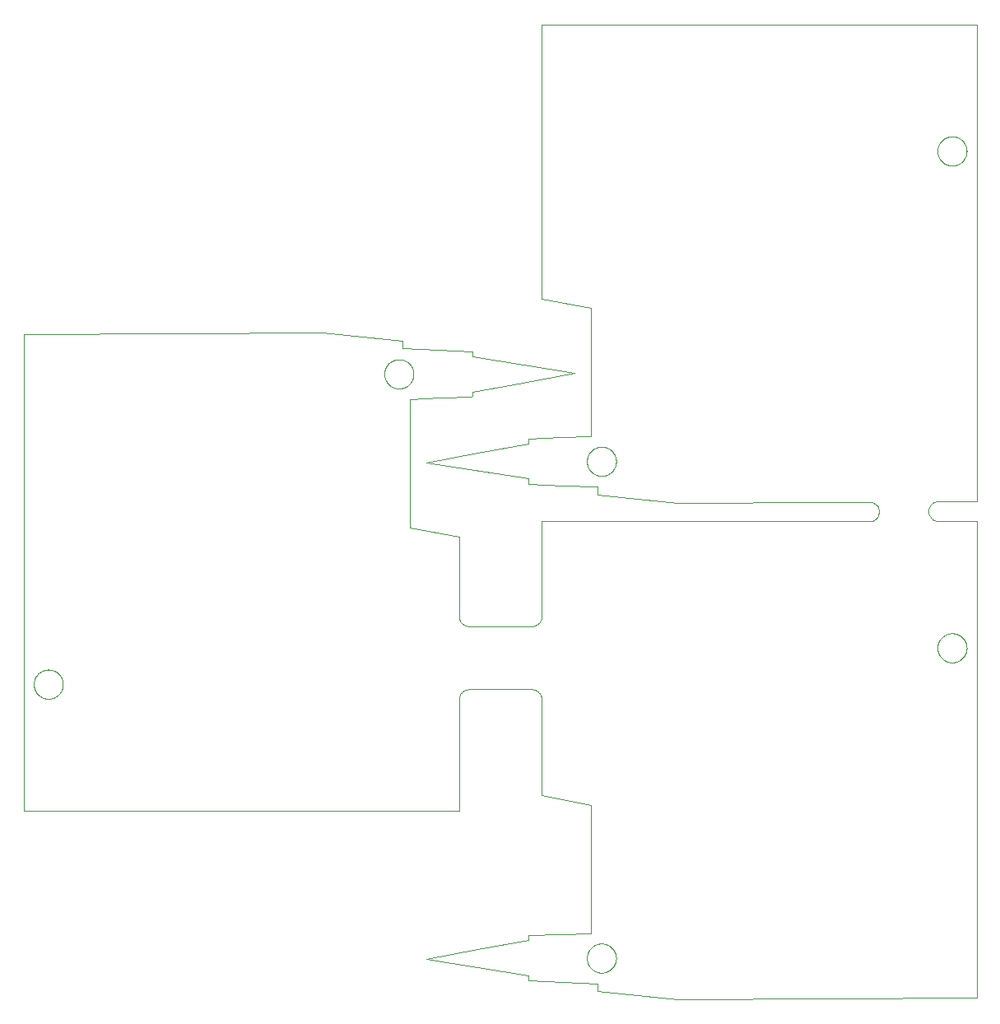
<source format=gko>
%MOIN*%
%OFA0B0*%
%FSLAX44Y44*%
%IPPOS*%
%LPD*%
%ADD10C,0*%
D10*
X00015983Y00025864D02*
X00015983Y00025864D01*
X00015999Y00025864D01*
X00016014Y00025863D01*
X00016029Y00025862D01*
X00016044Y00025860D01*
X00016060Y00025858D01*
X00016075Y00025856D01*
X00016090Y00025853D01*
X00016105Y00025850D01*
X00016120Y00025846D01*
X00016135Y00025842D01*
X00016149Y00025838D01*
X00016164Y00025833D01*
X00016178Y00025828D01*
X00016193Y00025823D01*
X00016207Y00025817D01*
X00016221Y00025811D01*
X00016235Y00025804D01*
X00016249Y00025797D01*
X00016262Y00025790D01*
X00016275Y00025782D01*
X00016288Y00025774D01*
X00016301Y00025766D01*
X00016314Y00025758D01*
X00016327Y00025749D01*
X00016339Y00025739D01*
X00016351Y00025730D01*
X00016362Y00025720D01*
X00016374Y00025710D01*
X00016385Y00025699D01*
X00016396Y00025688D01*
X00016407Y00025677D01*
X00016417Y00025666D01*
X00016427Y00025654D01*
X00016437Y00025643D01*
X00016446Y00025631D01*
X00016455Y00025618D01*
X00016464Y00025606D01*
X00016472Y00025593D01*
X00016481Y00025580D01*
X00016488Y00025567D01*
X00016496Y00025553D01*
X00016503Y00025540D01*
X00016510Y00025526D01*
X00016516Y00025512D01*
X00016522Y00025498D01*
X00016528Y00025484D01*
X00016533Y00025469D01*
X00016538Y00025455D01*
X00016542Y00025440D01*
X00016546Y00025425D01*
X00016550Y00025410D01*
X00016554Y00025395D01*
X00016557Y00025380D01*
X00016559Y00025365D01*
X00016561Y00025350D01*
X00016563Y00025335D01*
X00016564Y00025320D01*
X00016565Y00025304D01*
X00016566Y00025289D01*
X00016566Y00025274D01*
X00016566Y00025258D01*
X00016565Y00025243D01*
X00016564Y00025228D01*
X00016563Y00025212D01*
X00016561Y00025197D01*
X00016559Y00025182D01*
X00016557Y00025167D01*
X00016554Y00025152D01*
X00016550Y00025137D01*
X00016546Y00025122D01*
X00016542Y00025107D01*
X00016538Y00025093D01*
X00016533Y00025078D01*
X00016528Y00025064D01*
X00016522Y00025049D01*
X00016516Y00025035D01*
X00016510Y00025021D01*
X00016503Y00025007D01*
X00016496Y00024994D01*
X00016488Y00024980D01*
X00016481Y00024967D01*
X00016472Y00024954D01*
X00016464Y00024941D01*
X00016455Y00024929D01*
X00016446Y00024917D01*
X00016437Y00024904D01*
X00016427Y00024893D01*
X00016417Y00024881D01*
X00016407Y00024870D01*
X00016396Y00024859D01*
X00016385Y00024848D01*
X00016374Y00024837D01*
X00016362Y00024827D01*
X00016351Y00024817D01*
X00016339Y00024808D01*
X00016327Y00024798D01*
X00016314Y00024790D01*
X00016301Y00024781D01*
X00016288Y00024773D01*
X00016275Y00024765D01*
X00016262Y00024757D01*
X00016249Y00024750D01*
X00016235Y00024743D01*
X00016221Y00024736D01*
X00016207Y00024730D01*
X00016193Y00024724D01*
X00016178Y00024719D01*
X00016164Y00024714D01*
X00016149Y00024709D01*
X00016135Y00024705D01*
X00016120Y00024701D01*
X00016105Y00024697D01*
X00016090Y00024694D01*
X00016075Y00024691D01*
X00016060Y00024689D01*
X00016044Y00024687D01*
X00016029Y00024685D01*
X00016014Y00024684D01*
X00015999Y00024683D01*
X00015983Y00024683D01*
X00015968Y00024683D01*
X00015953Y00024683D01*
X00015937Y00024684D01*
X00015922Y00024685D01*
X00015907Y00024687D01*
X00015892Y00024689D01*
X00015876Y00024691D01*
X00015861Y00024694D01*
X00015846Y00024697D01*
X00015831Y00024701D01*
X00015817Y00024705D01*
X00015802Y00024709D01*
X00015787Y00024714D01*
X00015773Y00024719D01*
X00015759Y00024724D01*
X00015744Y00024730D01*
X00015730Y00024736D01*
X00015716Y00024743D01*
X00015703Y00024750D01*
X00015689Y00024757D01*
X00015676Y00024765D01*
X00015663Y00024773D01*
X00015650Y00024781D01*
X00015637Y00024790D01*
X00015625Y00024798D01*
X00015613Y00024808D01*
X00015601Y00024817D01*
X00015589Y00024827D01*
X00015577Y00024837D01*
X00015566Y00024848D01*
X00015555Y00024859D01*
X00015545Y00024870D01*
X00015534Y00024881D01*
X00015524Y00024893D01*
X00015515Y00024904D01*
X00015505Y00024917D01*
X00015496Y00024929D01*
X00015487Y00024941D01*
X00015479Y00024954D01*
X00015471Y00024967D01*
X00015463Y00024980D01*
X00015455Y00024994D01*
X00015448Y00025007D01*
X00015442Y00025021D01*
X00015435Y00025035D01*
X00015429Y00025049D01*
X00015424Y00025064D01*
X00015418Y00025078D01*
X00015413Y00025093D01*
X00015409Y00025107D01*
X00015405Y00025122D01*
X00015401Y00025137D01*
X00015398Y00025152D01*
X00015395Y00025167D01*
X00015392Y00025182D01*
X00015390Y00025197D01*
X00015388Y00025212D01*
X00015387Y00025228D01*
X00015386Y00025243D01*
X00015385Y00025258D01*
X00015385Y00025274D01*
X00015385Y00025289D01*
X00015386Y00025304D01*
X00015387Y00025320D01*
X00015388Y00025335D01*
X00015390Y00025350D01*
X00015392Y00025365D01*
X00015395Y00025380D01*
X00015398Y00025395D01*
X00015401Y00025410D01*
X00015405Y00025425D01*
X00015409Y00025440D01*
X00015413Y00025455D01*
X00015418Y00025469D01*
X00015424Y00025484D01*
X00015429Y00025498D01*
X00015435Y00025512D01*
X00015442Y00025526D01*
X00015448Y00025540D01*
X00015455Y00025553D01*
X00015463Y00025567D01*
X00015471Y00025580D01*
X00015479Y00025593D01*
X00015487Y00025606D01*
X00015496Y00025618D01*
X00015505Y00025631D01*
X00015515Y00025643D01*
X00015524Y00025654D01*
X00015534Y00025666D01*
X00015545Y00025677D01*
X00015555Y00025688D01*
X00015566Y00025699D01*
X00015577Y00025710D01*
X00015589Y00025720D01*
X00015601Y00025730D01*
X00015613Y00025739D01*
X00015625Y00025749D01*
X00015637Y00025758D01*
X00015650Y00025766D01*
X00015663Y00025774D01*
X00015676Y00025782D01*
X00015689Y00025790D01*
X00015703Y00025797D01*
X00015716Y00025804D01*
X00015730Y00025811D01*
X00015744Y00025817D01*
X00015759Y00025823D01*
X00015773Y00025828D01*
X00015787Y00025833D01*
X00015802Y00025838D01*
X00015817Y00025842D01*
X00015831Y00025846D01*
X00015846Y00025850D01*
X00015861Y00025853D01*
X00015876Y00025856D01*
X00015892Y00025858D01*
X00015907Y00025860D01*
X00015922Y00025862D01*
X00015937Y00025863D01*
X00015953Y00025864D01*
X00015968Y00025864D01*
X00015983Y00025864D01*
X00016412Y00024260D02*
X00016412Y00024260D01*
X00016412Y00024260D01*
X00016409Y00024259D01*
X00016412Y00024260D01*
X00001785Y00013299D02*
X00001785Y00013299D01*
X00001800Y00013298D01*
X00001815Y00013298D01*
X00001831Y00013296D01*
X00001846Y00013295D01*
X00001861Y00013293D01*
X00001876Y00013290D01*
X00001891Y00013288D01*
X00001906Y00013284D01*
X00001921Y00013281D01*
X00001936Y00013277D01*
X00001951Y00013273D01*
X00001965Y00013268D01*
X00001980Y00013263D01*
X00001994Y00013257D01*
X00002008Y00013252D01*
X00002022Y00013245D01*
X00002036Y00013239D01*
X00002050Y00013232D01*
X00002063Y00013225D01*
X00002077Y00013217D01*
X00002090Y00013209D01*
X00002103Y00013201D01*
X00002115Y00013192D01*
X00002128Y00013183D01*
X00002140Y00013174D01*
X00002152Y00013164D01*
X00002164Y00013154D01*
X00002175Y00013144D01*
X00002186Y00013134D01*
X00002197Y00013123D01*
X00002208Y00013112D01*
X00002218Y00013101D01*
X00002228Y00013089D01*
X00002238Y00013077D01*
X00002248Y00013065D01*
X00002257Y00013053D01*
X00002265Y00013040D01*
X00002274Y00013027D01*
X00002282Y00013014D01*
X00002290Y00013001D01*
X00002297Y00012988D01*
X00002304Y00012974D01*
X00002311Y00012960D01*
X00002317Y00012946D01*
X00002323Y00012932D01*
X00002329Y00012918D01*
X00002334Y00012904D01*
X00002339Y00012889D01*
X00002344Y00012875D01*
X00002348Y00012860D01*
X00002352Y00012845D01*
X00002355Y00012830D01*
X00002358Y00012815D01*
X00002360Y00012800D01*
X00002363Y00012785D01*
X00002364Y00012769D01*
X00002366Y00012754D01*
X00002367Y00012739D01*
X00002367Y00012723D01*
X00002368Y00012708D01*
X00002367Y00012693D01*
X00002367Y00012677D01*
X00002366Y00012662D01*
X00002364Y00012647D01*
X00002363Y00012632D01*
X00002360Y00012617D01*
X00002358Y00012601D01*
X00002355Y00012586D01*
X00002352Y00012571D01*
X00002348Y00012557D01*
X00002344Y00012542D01*
X00002339Y00012527D01*
X00002334Y00012513D01*
X00002329Y00012498D01*
X00002323Y00012484D01*
X00002317Y00012470D01*
X00002311Y00012456D01*
X00002304Y00012442D01*
X00002297Y00012428D01*
X00002290Y00012415D01*
X00002282Y00012402D01*
X00002274Y00012389D01*
X00002265Y00012376D01*
X00002257Y00012363D01*
X00002248Y00012351D01*
X00002238Y00012339D01*
X00002228Y00012327D01*
X00002218Y00012316D01*
X00002208Y00012304D01*
X00002197Y00012293D01*
X00002186Y00012282D01*
X00002175Y00012272D01*
X00002164Y00012262D01*
X00002152Y00012252D01*
X00002140Y00012242D01*
X00002128Y00012233D01*
X00002115Y00012224D01*
X00002103Y00012215D01*
X00002090Y00012207D01*
X00002077Y00012199D01*
X00002063Y00012192D01*
X00002050Y00012184D01*
X00002036Y00012177D01*
X00002022Y00012171D01*
X00002008Y00012165D01*
X00001994Y00012159D01*
X00001980Y00012153D01*
X00001965Y00012148D01*
X00001951Y00012144D01*
X00001936Y00012139D01*
X00001921Y00012135D01*
X00001906Y00012132D01*
X00001891Y00012129D01*
X00001876Y00012126D01*
X00001861Y00012124D01*
X00001846Y00012122D01*
X00001831Y00012120D01*
X00001815Y00012119D01*
X00001800Y00012118D01*
X00001785Y00012118D01*
X00001769Y00012118D01*
X00001754Y00012118D01*
X00001739Y00012119D01*
X00001723Y00012120D01*
X00001708Y00012122D01*
X00001693Y00012124D01*
X00001678Y00012126D01*
X00001663Y00012129D01*
X00001648Y00012132D01*
X00001633Y00012135D01*
X00001618Y00012139D01*
X00001603Y00012144D01*
X00001589Y00012148D01*
X00001574Y00012153D01*
X00001560Y00012159D01*
X00001546Y00012165D01*
X00001532Y00012171D01*
X00001518Y00012177D01*
X00001504Y00012184D01*
X00001491Y00012192D01*
X00001477Y00012199D01*
X00001464Y00012207D01*
X00001451Y00012215D01*
X00001439Y00012224D01*
X00001426Y00012233D01*
X00001414Y00012242D01*
X00001402Y00012252D01*
X00001390Y00012262D01*
X00001379Y00012272D01*
X00001368Y00012282D01*
X00001357Y00012293D01*
X00001346Y00012304D01*
X00001336Y00012316D01*
X00001326Y00012327D01*
X00001316Y00012339D01*
X00001307Y00012351D01*
X00001297Y00012363D01*
X00001289Y00012376D01*
X00001280Y00012389D01*
X00001272Y00012402D01*
X00001264Y00012415D01*
X00001257Y00012428D01*
X00001250Y00012442D01*
X00001243Y00012456D01*
X00001237Y00012470D01*
X00001231Y00012484D01*
X00001225Y00012498D01*
X00001220Y00012513D01*
X00001215Y00012527D01*
X00001210Y00012542D01*
X00001206Y00012557D01*
X00001203Y00012571D01*
X00001199Y00012586D01*
X00001196Y00012601D01*
X00001194Y00012617D01*
X00001191Y00012632D01*
X00001190Y00012647D01*
X00001188Y00012662D01*
X00001187Y00012677D01*
X00001187Y00012693D01*
X00001186Y00012708D01*
X00001187Y00012723D01*
X00001187Y00012739D01*
X00001188Y00012754D01*
X00001190Y00012769D01*
X00001191Y00012785D01*
X00001194Y00012800D01*
X00001196Y00012815D01*
X00001199Y00012830D01*
X00001203Y00012845D01*
X00001206Y00012860D01*
X00001210Y00012875D01*
X00001215Y00012889D01*
X00001220Y00012904D01*
X00001225Y00012918D01*
X00001231Y00012932D01*
X00001237Y00012946D01*
X00001243Y00012960D01*
X00001250Y00012974D01*
X00001257Y00012988D01*
X00001264Y00013001D01*
X00001272Y00013014D01*
X00001280Y00013027D01*
X00001289Y00013040D01*
X00001297Y00013053D01*
X00001307Y00013065D01*
X00001316Y00013077D01*
X00001326Y00013089D01*
X00001336Y00013101D01*
X00001346Y00013112D01*
X00001357Y00013123D01*
X00001368Y00013134D01*
X00001379Y00013144D01*
X00001390Y00013154D01*
X00001402Y00013164D01*
X00001414Y00013174D01*
X00001426Y00013183D01*
X00001439Y00013192D01*
X00001451Y00013201D01*
X00001464Y00013209D01*
X00001477Y00013217D01*
X00001491Y00013225D01*
X00001504Y00013232D01*
X00001518Y00013239D01*
X00001532Y00013245D01*
X00001546Y00013252D01*
X00001560Y00013257D01*
X00001574Y00013263D01*
X00001589Y00013268D01*
X00001603Y00013273D01*
X00001618Y00013277D01*
X00001633Y00013281D01*
X00001648Y00013284D01*
X00001663Y00013288D01*
X00001678Y00013290D01*
X00001693Y00013293D01*
X00001708Y00013295D01*
X00001723Y00013296D01*
X00001739Y00013298D01*
X00001754Y00013298D01*
X00001769Y00013299D01*
X00001785Y00013299D01*
X00024173Y00001025D02*
X00024173Y00001025D01*
X00024158Y00001025D01*
X00024143Y00001026D01*
X00024127Y00001027D01*
X00024112Y00001029D01*
X00024097Y00001031D01*
X00024082Y00001033D01*
X00024067Y00001036D01*
X00024052Y00001039D01*
X00024037Y00001043D01*
X00024022Y00001046D01*
X00024007Y00001051D01*
X00023993Y00001055D01*
X00023978Y00001061D01*
X00023964Y00001066D01*
X00023950Y00001072D01*
X00023936Y00001078D01*
X00023922Y00001085D01*
X00023908Y00001091D01*
X00023894Y00001099D01*
X00023881Y00001106D01*
X00023868Y00001114D01*
X00023855Y00001123D01*
X00023842Y00001131D01*
X00023830Y00001140D01*
X00023818Y00001149D01*
X00023806Y00001159D01*
X00023794Y00001169D01*
X00023783Y00001179D01*
X00023771Y00001190D01*
X00023761Y00001200D01*
X00023750Y00001211D01*
X00023740Y00001223D01*
X00023730Y00001234D01*
X00023720Y00001246D01*
X00023710Y00001258D01*
X00023701Y00001271D01*
X00023692Y00001283D01*
X00023684Y00001296D01*
X00023676Y00001309D01*
X00023668Y00001322D01*
X00023661Y00001336D01*
X00023654Y00001349D01*
X00023647Y00001363D01*
X00023640Y00001377D01*
X00023634Y00001391D01*
X00023629Y00001405D01*
X00023624Y00001420D01*
X00023619Y00001434D01*
X00023614Y00001449D01*
X00023610Y00001464D01*
X00023606Y00001478D01*
X00023603Y00001493D01*
X00023600Y00001509D01*
X00023597Y00001524D01*
X00023595Y00001539D01*
X00023593Y00001554D01*
X00023592Y00001569D01*
X00023591Y00001585D01*
X00023590Y00001600D01*
X00023590Y00001615D01*
X00023590Y00001631D01*
X00023591Y00001646D01*
X00023592Y00001661D01*
X00023593Y00001676D01*
X00023595Y00001692D01*
X00023597Y00001707D01*
X00023600Y00001722D01*
X00023603Y00001737D01*
X00023606Y00001752D01*
X00023610Y00001767D01*
X00023614Y00001782D01*
X00023619Y00001796D01*
X00023624Y00001811D01*
X00023629Y00001825D01*
X00023634Y00001839D01*
X00023640Y00001854D01*
X00023647Y00001868D01*
X00023654Y00001881D01*
X00023661Y00001895D01*
X00023668Y00001908D01*
X00023676Y00001922D01*
X00023684Y00001935D01*
X00023692Y00001947D01*
X00023701Y00001960D01*
X00023710Y00001972D01*
X00023720Y00001984D01*
X00023730Y00001996D01*
X00023740Y00002008D01*
X00023750Y00002019D01*
X00023761Y00002030D01*
X00023771Y00002041D01*
X00023783Y00002051D01*
X00023794Y00002062D01*
X00023806Y00002071D01*
X00023818Y00002081D01*
X00023830Y00002090D01*
X00023842Y00002099D01*
X00023855Y00002108D01*
X00023868Y00002116D01*
X00023881Y00002124D01*
X00023894Y00002132D01*
X00023908Y00002139D01*
X00023922Y00002146D01*
X00023936Y00002152D01*
X00023950Y00002159D01*
X00023964Y00002164D01*
X00023978Y00002170D01*
X00023993Y00002175D01*
X00024007Y00002180D01*
X00024022Y00002184D01*
X00024037Y00002188D01*
X00024052Y00002192D01*
X00024067Y00002195D01*
X00024082Y00002197D01*
X00024097Y00002200D01*
X00024112Y00002202D01*
X00024127Y00002203D01*
X00024143Y00002205D01*
X00024158Y00002205D01*
X00024173Y00002206D01*
X00024189Y00002206D01*
X00024204Y00002205D01*
X00024219Y00002205D01*
X00024234Y00002203D01*
X00024250Y00002202D01*
X00024265Y00002200D01*
X00024280Y00002197D01*
X00024295Y00002195D01*
X00024310Y00002192D01*
X00024325Y00002188D01*
X00024340Y00002184D01*
X00024355Y00002180D01*
X00024369Y00002175D01*
X00024384Y00002170D01*
X00024398Y00002164D01*
X00024412Y00002159D01*
X00024426Y00002152D01*
X00024440Y00002146D01*
X00024454Y00002139D01*
X00024467Y00002132D01*
X00024481Y00002124D01*
X00024494Y00002116D01*
X00024507Y00002108D01*
X00024519Y00002099D01*
X00024532Y00002090D01*
X00024544Y00002081D01*
X00024556Y00002071D01*
X00024568Y00002062D01*
X00024579Y00002051D01*
X00024590Y00002041D01*
X00024601Y00002030D01*
X00024612Y00002019D01*
X00024622Y00002008D01*
X00024632Y00001996D01*
X00024642Y00001984D01*
X00024651Y00001972D01*
X00024660Y00001960D01*
X00024669Y00001947D01*
X00024678Y00001935D01*
X00024686Y00001922D01*
X00024694Y00001908D01*
X00024701Y00001895D01*
X00024708Y00001881D01*
X00024715Y00001868D01*
X00024721Y00001854D01*
X00024727Y00001839D01*
X00024733Y00001825D01*
X00024738Y00001811D01*
X00024743Y00001796D01*
X00024748Y00001782D01*
X00024752Y00001767D01*
X00024755Y00001752D01*
X00024759Y00001737D01*
X00024762Y00001722D01*
X00024764Y00001707D01*
X00024766Y00001692D01*
X00024768Y00001676D01*
X00024770Y00001661D01*
X00024771Y00001646D01*
X00024771Y00001631D01*
X00024771Y00001615D01*
X00024771Y00001600D01*
X00024771Y00001585D01*
X00024770Y00001569D01*
X00024768Y00001554D01*
X00024766Y00001539D01*
X00024764Y00001524D01*
X00024762Y00001509D01*
X00024759Y00001493D01*
X00024755Y00001478D01*
X00024752Y00001464D01*
X00024748Y00001449D01*
X00024743Y00001434D01*
X00024738Y00001420D01*
X00024733Y00001405D01*
X00024727Y00001391D01*
X00024721Y00001377D01*
X00024715Y00001363D01*
X00024708Y00001349D01*
X00024701Y00001336D01*
X00024694Y00001322D01*
X00024686Y00001309D01*
X00024678Y00001296D01*
X00024669Y00001283D01*
X00024660Y00001271D01*
X00024651Y00001258D01*
X00024642Y00001246D01*
X00024632Y00001234D01*
X00024622Y00001223D01*
X00024612Y00001211D01*
X00024601Y00001200D01*
X00024590Y00001190D01*
X00024579Y00001179D01*
X00024568Y00001169D01*
X00024556Y00001159D01*
X00024544Y00001149D01*
X00024532Y00001140D01*
X00024519Y00001131D01*
X00024507Y00001123D01*
X00024494Y00001114D01*
X00024481Y00001106D01*
X00024467Y00001099D01*
X00024454Y00001091D01*
X00024440Y00001085D01*
X00024426Y00001078D01*
X00024412Y00001072D01*
X00024398Y00001066D01*
X00024384Y00001061D01*
X00024369Y00001055D01*
X00024355Y00001051D01*
X00024340Y00001046D01*
X00024325Y00001043D01*
X00024310Y00001039D01*
X00024295Y00001036D01*
X00024280Y00001033D01*
X00024265Y00001031D01*
X00024250Y00001029D01*
X00024234Y00001027D01*
X00024219Y00001026D01*
X00024204Y00001025D01*
X00024189Y00001025D01*
X00024173Y00001025D01*
X00023745Y00002629D02*
X00023745Y00002629D01*
X00023745Y00002629D01*
X00023747Y00002629D01*
X00023745Y00002629D01*
X00038372Y00013590D02*
X00038372Y00013590D01*
X00038356Y00013590D01*
X00038341Y00013591D01*
X00038326Y00013592D01*
X00038311Y00013594D01*
X00038295Y00013596D01*
X00038280Y00013598D01*
X00038265Y00013601D01*
X00038250Y00013604D01*
X00038235Y00013608D01*
X00038220Y00013612D01*
X00038206Y00013616D01*
X00038191Y00013621D01*
X00038177Y00013626D01*
X00038162Y00013631D01*
X00038148Y00013637D01*
X00038134Y00013643D01*
X00038120Y00013650D01*
X00038107Y00013657D01*
X00038093Y00013664D01*
X00038080Y00013672D01*
X00038067Y00013680D01*
X00038054Y00013688D01*
X00038041Y00013697D01*
X00038029Y00013706D01*
X00038016Y00013715D01*
X00038004Y00013724D01*
X00037993Y00013734D01*
X00037981Y00013744D01*
X00037970Y00013755D01*
X00037959Y00013766D01*
X00037949Y00013777D01*
X00037938Y00013788D01*
X00037928Y00013800D01*
X00037918Y00013812D01*
X00037909Y00013824D01*
X00037900Y00013836D01*
X00037891Y00013849D01*
X00037883Y00013861D01*
X00037874Y00013874D01*
X00037867Y00013888D01*
X00037859Y00013901D01*
X00037852Y00013915D01*
X00037845Y00013928D01*
X00037839Y00013942D01*
X00037833Y00013956D01*
X00037827Y00013971D01*
X00037822Y00013985D01*
X00037817Y00014000D01*
X00037813Y00014014D01*
X00037809Y00014029D01*
X00037805Y00014044D01*
X00037802Y00014059D01*
X00037799Y00014074D01*
X00037796Y00014089D01*
X00037794Y00014104D01*
X00037792Y00014119D01*
X00037791Y00014135D01*
X00037790Y00014150D01*
X00037789Y00014165D01*
X00037789Y00014181D01*
X00037789Y00014196D01*
X00037790Y00014211D01*
X00037791Y00014227D01*
X00037792Y00014242D01*
X00037794Y00014257D01*
X00037796Y00014272D01*
X00037799Y00014287D01*
X00037802Y00014302D01*
X00037805Y00014317D01*
X00037809Y00014332D01*
X00037813Y00014347D01*
X00037817Y00014362D01*
X00037822Y00014376D01*
X00037827Y00014391D01*
X00037833Y00014405D01*
X00037839Y00014419D01*
X00037845Y00014433D01*
X00037852Y00014447D01*
X00037859Y00014460D01*
X00037867Y00014474D01*
X00037874Y00014487D01*
X00037883Y00014500D01*
X00037891Y00014513D01*
X00037900Y00014525D01*
X00037909Y00014538D01*
X00037918Y00014550D01*
X00037928Y00014562D01*
X00037938Y00014573D01*
X00037949Y00014584D01*
X00037959Y00014596D01*
X00037970Y00014606D01*
X00037981Y00014617D01*
X00037993Y00014627D01*
X00038004Y00014637D01*
X00038016Y00014646D01*
X00038029Y00014656D01*
X00038041Y00014665D01*
X00038054Y00014673D01*
X00038067Y00014682D01*
X00038080Y00014690D01*
X00038093Y00014697D01*
X00038107Y00014704D01*
X00038120Y00014711D01*
X00038134Y00014718D01*
X00038148Y00014724D01*
X00038162Y00014730D01*
X00038177Y00014735D01*
X00038191Y00014740D01*
X00038206Y00014745D01*
X00038220Y00014749D01*
X00038235Y00014753D01*
X00038250Y00014757D01*
X00038265Y00014760D01*
X00038280Y00014763D01*
X00038295Y00014765D01*
X00038311Y00014767D01*
X00038326Y00014769D01*
X00038341Y00014770D01*
X00038356Y00014771D01*
X00038372Y00014771D01*
X00038387Y00014771D01*
X00038402Y00014771D01*
X00038418Y00014770D01*
X00038433Y00014769D01*
X00038448Y00014767D01*
X00038464Y00014765D01*
X00038479Y00014763D01*
X00038494Y00014760D01*
X00038509Y00014757D01*
X00038524Y00014753D01*
X00038538Y00014749D01*
X00038553Y00014745D01*
X00038568Y00014740D01*
X00038582Y00014735D01*
X00038597Y00014730D01*
X00038611Y00014724D01*
X00038625Y00014718D01*
X00038639Y00014711D01*
X00038652Y00014704D01*
X00038666Y00014697D01*
X00038679Y00014690D01*
X00038692Y00014682D01*
X00038705Y00014673D01*
X00038718Y00014665D01*
X00038730Y00014656D01*
X00038743Y00014646D01*
X00038754Y00014637D01*
X00038766Y00014627D01*
X00038778Y00014617D01*
X00038789Y00014606D01*
X00038800Y00014596D01*
X00038810Y00014584D01*
X00038821Y00014573D01*
X00038831Y00014562D01*
X00038841Y00014550D01*
X00038850Y00014538D01*
X00038859Y00014525D01*
X00038868Y00014513D01*
X00038876Y00014500D01*
X00038884Y00014487D01*
X00038892Y00014474D01*
X00038900Y00014460D01*
X00038907Y00014447D01*
X00038913Y00014433D01*
X00038920Y00014419D01*
X00038926Y00014405D01*
X00038931Y00014391D01*
X00038937Y00014376D01*
X00038942Y00014362D01*
X00038946Y00014347D01*
X00038950Y00014332D01*
X00038954Y00014317D01*
X00038957Y00014302D01*
X00038960Y00014287D01*
X00038963Y00014272D01*
X00038965Y00014257D01*
X00038967Y00014242D01*
X00038968Y00014227D01*
X00038969Y00014211D01*
X00038970Y00014196D01*
X00038970Y00014181D01*
X00038970Y00014165D01*
X00038969Y00014150D01*
X00038968Y00014135D01*
X00038967Y00014119D01*
X00038965Y00014104D01*
X00038963Y00014089D01*
X00038960Y00014074D01*
X00038957Y00014059D01*
X00038954Y00014044D01*
X00038950Y00014029D01*
X00038946Y00014014D01*
X00038942Y00014000D01*
X00038937Y00013985D01*
X00038931Y00013971D01*
X00038926Y00013956D01*
X00038920Y00013942D01*
X00038913Y00013928D01*
X00038907Y00013915D01*
X00038900Y00013901D01*
X00038892Y00013888D01*
X00038884Y00013874D01*
X00038876Y00013861D01*
X00038868Y00013849D01*
X00038859Y00013836D01*
X00038850Y00013824D01*
X00038841Y00013812D01*
X00038831Y00013800D01*
X00038821Y00013788D01*
X00038810Y00013777D01*
X00038800Y00013766D01*
X00038789Y00013755D01*
X00038778Y00013744D01*
X00038766Y00013734D01*
X00038754Y00013724D01*
X00038743Y00013715D01*
X00038730Y00013706D01*
X00038718Y00013697D01*
X00038705Y00013688D01*
X00038692Y00013680D01*
X00038679Y00013672D01*
X00038666Y00013664D01*
X00038652Y00013657D01*
X00038639Y00013650D01*
X00038625Y00013643D01*
X00038611Y00013637D01*
X00038597Y00013631D01*
X00038582Y00013626D01*
X00038568Y00013621D01*
X00038553Y00013616D01*
X00038538Y00013612D01*
X00038524Y00013608D01*
X00038509Y00013604D01*
X00038494Y00013601D01*
X00038479Y00013598D01*
X00038464Y00013596D01*
X00038448Y00013594D01*
X00038433Y00013592D01*
X00038418Y00013591D01*
X00038402Y00013590D01*
X00038387Y00013590D01*
X00038372Y00013590D01*
X00024173Y00021143D02*
X00024173Y00021143D01*
X00024158Y00021143D01*
X00024143Y00021144D01*
X00024127Y00021145D01*
X00024112Y00021147D01*
X00024097Y00021149D01*
X00024082Y00021151D01*
X00024067Y00021154D01*
X00024052Y00021157D01*
X00024037Y00021161D01*
X00024022Y00021165D01*
X00024007Y00021169D01*
X00023993Y00021174D01*
X00023978Y00021179D01*
X00023964Y00021184D01*
X00023950Y00021190D01*
X00023936Y00021196D01*
X00023922Y00021203D01*
X00023908Y00021210D01*
X00023894Y00021217D01*
X00023881Y00021224D01*
X00023868Y00021232D01*
X00023855Y00021241D01*
X00023842Y00021249D01*
X00023830Y00021258D01*
X00023818Y00021268D01*
X00023806Y00021277D01*
X00023794Y00021287D01*
X00023783Y00021297D01*
X00023771Y00021308D01*
X00023761Y00021318D01*
X00023750Y00021330D01*
X00023740Y00021341D01*
X00023730Y00021352D01*
X00023720Y00021364D01*
X00023710Y00021376D01*
X00023701Y00021389D01*
X00023692Y00021401D01*
X00023684Y00021414D01*
X00023676Y00021427D01*
X00023668Y00021440D01*
X00023661Y00021454D01*
X00023654Y00021467D01*
X00023647Y00021481D01*
X00023640Y00021495D01*
X00023634Y00021509D01*
X00023629Y00021523D01*
X00023624Y00021538D01*
X00023619Y00021552D01*
X00023614Y00021567D01*
X00023610Y00021582D01*
X00023606Y00021597D01*
X00023603Y00021612D01*
X00023600Y00021627D01*
X00023597Y00021642D01*
X00023595Y00021657D01*
X00023593Y00021672D01*
X00023592Y00021687D01*
X00023591Y00021703D01*
X00023590Y00021718D01*
X00023590Y00021733D01*
X00023590Y00021749D01*
X00023591Y00021764D01*
X00023592Y00021779D01*
X00023593Y00021795D01*
X00023595Y00021810D01*
X00023597Y00021825D01*
X00023600Y00021840D01*
X00023603Y00021855D01*
X00023606Y00021870D01*
X00023610Y00021885D01*
X00023614Y00021900D01*
X00023619Y00021914D01*
X00023624Y00021929D01*
X00023629Y00021943D01*
X00023634Y00021958D01*
X00023640Y00021972D01*
X00023647Y00021986D01*
X00023654Y00021999D01*
X00023661Y00022013D01*
X00023668Y00022026D01*
X00023676Y00022040D01*
X00023684Y00022053D01*
X00023692Y00022065D01*
X00023701Y00022078D01*
X00023710Y00022090D01*
X00023720Y00022102D01*
X00023730Y00022114D01*
X00023740Y00022126D01*
X00023750Y00022137D01*
X00023761Y00022148D01*
X00023771Y00022159D01*
X00023783Y00022170D01*
X00023794Y00022180D01*
X00023806Y00022190D01*
X00023818Y00022199D01*
X00023830Y00022208D01*
X00023842Y00022217D01*
X00023855Y00022226D01*
X00023868Y00022234D01*
X00023881Y00022242D01*
X00023894Y00022250D01*
X00023908Y00022257D01*
X00023922Y00022264D01*
X00023936Y00022271D01*
X00023950Y00022277D01*
X00023964Y00022283D01*
X00023978Y00022288D01*
X00023993Y00022293D01*
X00024007Y00022298D01*
X00024022Y00022302D01*
X00024037Y00022306D01*
X00024052Y00022310D01*
X00024067Y00022313D01*
X00024082Y00022316D01*
X00024097Y00022318D01*
X00024112Y00022320D01*
X00024127Y00022322D01*
X00024143Y00022323D01*
X00024158Y00022324D01*
X00024173Y00022324D01*
X00024189Y00022324D01*
X00024204Y00022324D01*
X00024219Y00022323D01*
X00024234Y00022322D01*
X00024250Y00022320D01*
X00024265Y00022318D01*
X00024280Y00022316D01*
X00024295Y00022313D01*
X00024310Y00022310D01*
X00024325Y00022306D01*
X00024340Y00022302D01*
X00024355Y00022298D01*
X00024369Y00022293D01*
X00024384Y00022288D01*
X00024398Y00022283D01*
X00024412Y00022277D01*
X00024426Y00022271D01*
X00024440Y00022264D01*
X00024454Y00022257D01*
X00024467Y00022250D01*
X00024481Y00022242D01*
X00024494Y00022234D01*
X00024507Y00022226D01*
X00024519Y00022217D01*
X00024532Y00022208D01*
X00024544Y00022199D01*
X00024556Y00022190D01*
X00024568Y00022180D01*
X00024579Y00022170D01*
X00024590Y00022159D01*
X00024601Y00022148D01*
X00024612Y00022137D01*
X00024622Y00022126D01*
X00024632Y00022114D01*
X00024642Y00022102D01*
X00024651Y00022090D01*
X00024660Y00022078D01*
X00024669Y00022065D01*
X00024678Y00022053D01*
X00024686Y00022040D01*
X00024694Y00022026D01*
X00024701Y00022013D01*
X00024708Y00021999D01*
X00024715Y00021986D01*
X00024721Y00021972D01*
X00024727Y00021958D01*
X00024733Y00021943D01*
X00024738Y00021929D01*
X00024743Y00021914D01*
X00024748Y00021900D01*
X00024752Y00021885D01*
X00024755Y00021870D01*
X00024759Y00021855D01*
X00024762Y00021840D01*
X00024764Y00021825D01*
X00024766Y00021810D01*
X00024768Y00021795D01*
X00024770Y00021779D01*
X00024771Y00021764D01*
X00024771Y00021749D01*
X00024771Y00021733D01*
X00024771Y00021718D01*
X00024771Y00021703D01*
X00024770Y00021687D01*
X00024768Y00021672D01*
X00024766Y00021657D01*
X00024764Y00021642D01*
X00024762Y00021627D01*
X00024759Y00021612D01*
X00024755Y00021597D01*
X00024752Y00021582D01*
X00024748Y00021567D01*
X00024743Y00021552D01*
X00024738Y00021538D01*
X00024733Y00021523D01*
X00024727Y00021509D01*
X00024721Y00021495D01*
X00024715Y00021481D01*
X00024708Y00021467D01*
X00024701Y00021454D01*
X00024694Y00021440D01*
X00024686Y00021427D01*
X00024678Y00021414D01*
X00024669Y00021401D01*
X00024660Y00021389D01*
X00024651Y00021376D01*
X00024642Y00021364D01*
X00024632Y00021352D01*
X00024622Y00021341D01*
X00024612Y00021330D01*
X00024601Y00021318D01*
X00024590Y00021308D01*
X00024579Y00021297D01*
X00024568Y00021287D01*
X00024556Y00021277D01*
X00024544Y00021268D01*
X00024532Y00021258D01*
X00024519Y00021249D01*
X00024507Y00021241D01*
X00024494Y00021232D01*
X00024481Y00021224D01*
X00024467Y00021217D01*
X00024454Y00021210D01*
X00024440Y00021203D01*
X00024426Y00021196D01*
X00024412Y00021190D01*
X00024398Y00021184D01*
X00024384Y00021179D01*
X00024369Y00021174D01*
X00024355Y00021169D01*
X00024340Y00021165D01*
X00024325Y00021161D01*
X00024310Y00021157D01*
X00024295Y00021154D01*
X00024280Y00021151D01*
X00024265Y00021149D01*
X00024250Y00021147D01*
X00024234Y00021145D01*
X00024219Y00021144D01*
X00024204Y00021143D01*
X00024189Y00021143D01*
X00024173Y00021143D01*
X00023745Y00022747D02*
X00023745Y00022747D01*
X00023745Y00022747D01*
X00023747Y00022747D01*
X00023745Y00022747D01*
X00038372Y00033708D02*
X00038372Y00033708D01*
X00038356Y00033709D01*
X00038341Y00033709D01*
X00038326Y00033711D01*
X00038311Y00033712D01*
X00038295Y00033714D01*
X00038280Y00033717D01*
X00038265Y00033719D01*
X00038250Y00033722D01*
X00038235Y00033726D01*
X00038220Y00033730D01*
X00038206Y00033734D01*
X00038191Y00033739D01*
X00038177Y00033744D01*
X00038162Y00033750D01*
X00038148Y00033755D01*
X00038134Y00033762D01*
X00038120Y00033768D01*
X00038107Y00033775D01*
X00038093Y00033782D01*
X00038080Y00033790D01*
X00038067Y00033798D01*
X00038054Y00033806D01*
X00038041Y00033815D01*
X00038029Y00033824D01*
X00038016Y00033833D01*
X00038004Y00033843D01*
X00037993Y00033852D01*
X00037981Y00033863D01*
X00037970Y00033873D01*
X00037959Y00033884D01*
X00037949Y00033895D01*
X00037938Y00033906D01*
X00037928Y00033918D01*
X00037918Y00033930D01*
X00037909Y00033942D01*
X00037900Y00033954D01*
X00037891Y00033967D01*
X00037883Y00033979D01*
X00037874Y00033992D01*
X00037867Y00034006D01*
X00037859Y00034019D01*
X00037852Y00034033D01*
X00037845Y00034046D01*
X00037839Y00034060D01*
X00037833Y00034075D01*
X00037827Y00034089D01*
X00037822Y00034103D01*
X00037817Y00034118D01*
X00037813Y00034132D01*
X00037809Y00034147D01*
X00037805Y00034162D01*
X00037802Y00034177D01*
X00037799Y00034192D01*
X00037796Y00034207D01*
X00037794Y00034222D01*
X00037792Y00034238D01*
X00037791Y00034253D01*
X00037790Y00034268D01*
X00037789Y00034283D01*
X00037789Y00034299D01*
X00037789Y00034314D01*
X00037790Y00034329D01*
X00037791Y00034345D01*
X00037792Y00034360D01*
X00037794Y00034375D01*
X00037796Y00034390D01*
X00037799Y00034405D01*
X00037802Y00034421D01*
X00037805Y00034436D01*
X00037809Y00034450D01*
X00037813Y00034465D01*
X00037817Y00034480D01*
X00037822Y00034494D01*
X00037827Y00034509D01*
X00037833Y00034523D01*
X00037839Y00034537D01*
X00037845Y00034551D01*
X00037852Y00034565D01*
X00037859Y00034578D01*
X00037867Y00034592D01*
X00037874Y00034605D01*
X00037883Y00034618D01*
X00037891Y00034631D01*
X00037900Y00034643D01*
X00037909Y00034656D01*
X00037918Y00034668D01*
X00037928Y00034680D01*
X00037938Y00034691D01*
X00037949Y00034703D01*
X00037959Y00034714D01*
X00037970Y00034724D01*
X00037981Y00034735D01*
X00037993Y00034745D01*
X00038004Y00034755D01*
X00038016Y00034765D01*
X00038029Y00034774D01*
X00038041Y00034783D01*
X00038054Y00034791D01*
X00038067Y00034800D01*
X00038080Y00034808D01*
X00038093Y00034815D01*
X00038107Y00034823D01*
X00038120Y00034829D01*
X00038134Y00034836D01*
X00038148Y00034842D01*
X00038162Y00034848D01*
X00038177Y00034853D01*
X00038191Y00034859D01*
X00038206Y00034863D01*
X00038220Y00034868D01*
X00038235Y00034871D01*
X00038250Y00034875D01*
X00038265Y00034878D01*
X00038280Y00034881D01*
X00038295Y00034883D01*
X00038311Y00034885D01*
X00038326Y00034887D01*
X00038341Y00034888D01*
X00038356Y00034889D01*
X00038372Y00034889D01*
X00038387Y00034889D01*
X00038402Y00034889D01*
X00038418Y00034888D01*
X00038433Y00034887D01*
X00038448Y00034885D01*
X00038464Y00034883D01*
X00038479Y00034881D01*
X00038494Y00034878D01*
X00038509Y00034875D01*
X00038524Y00034871D01*
X00038538Y00034868D01*
X00038553Y00034863D01*
X00038568Y00034859D01*
X00038582Y00034853D01*
X00038597Y00034848D01*
X00038611Y00034842D01*
X00038625Y00034836D01*
X00038639Y00034829D01*
X00038652Y00034823D01*
X00038666Y00034815D01*
X00038679Y00034808D01*
X00038692Y00034800D01*
X00038705Y00034791D01*
X00038718Y00034783D01*
X00038730Y00034774D01*
X00038743Y00034765D01*
X00038754Y00034755D01*
X00038766Y00034745D01*
X00038778Y00034735D01*
X00038789Y00034724D01*
X00038800Y00034714D01*
X00038810Y00034703D01*
X00038821Y00034691D01*
X00038831Y00034680D01*
X00038841Y00034668D01*
X00038850Y00034656D01*
X00038859Y00034643D01*
X00038868Y00034631D01*
X00038876Y00034618D01*
X00038884Y00034605D01*
X00038892Y00034592D01*
X00038900Y00034578D01*
X00038907Y00034565D01*
X00038913Y00034551D01*
X00038920Y00034537D01*
X00038926Y00034523D01*
X00038931Y00034509D01*
X00038937Y00034494D01*
X00038942Y00034480D01*
X00038946Y00034465D01*
X00038950Y00034450D01*
X00038954Y00034436D01*
X00038957Y00034421D01*
X00038960Y00034405D01*
X00038963Y00034390D01*
X00038965Y00034375D01*
X00038967Y00034360D01*
X00038968Y00034345D01*
X00038969Y00034329D01*
X00038970Y00034314D01*
X00038970Y00034299D01*
X00038970Y00034283D01*
X00038969Y00034268D01*
X00038968Y00034253D01*
X00038967Y00034238D01*
X00038965Y00034222D01*
X00038963Y00034207D01*
X00038960Y00034192D01*
X00038957Y00034177D01*
X00038954Y00034162D01*
X00038950Y00034147D01*
X00038946Y00034132D01*
X00038942Y00034118D01*
X00038937Y00034103D01*
X00038931Y00034089D01*
X00038926Y00034075D01*
X00038920Y00034060D01*
X00038913Y00034046D01*
X00038907Y00034033D01*
X00038900Y00034019D01*
X00038892Y00034006D01*
X00038884Y00033992D01*
X00038876Y00033979D01*
X00038868Y00033967D01*
X00038859Y00033954D01*
X00038850Y00033942D01*
X00038841Y00033930D01*
X00038831Y00033918D01*
X00038821Y00033906D01*
X00038810Y00033895D01*
X00038800Y00033884D01*
X00038789Y00033873D01*
X00038778Y00033863D01*
X00038766Y00033852D01*
X00038754Y00033843D01*
X00038743Y00033833D01*
X00038730Y00033824D01*
X00038718Y00033815D01*
X00038705Y00033806D01*
X00038692Y00033798D01*
X00038679Y00033790D01*
X00038666Y00033782D01*
X00038652Y00033775D01*
X00038639Y00033768D01*
X00038625Y00033762D01*
X00038611Y00033755D01*
X00038597Y00033750D01*
X00038582Y00033744D01*
X00038568Y00033739D01*
X00038553Y00033734D01*
X00038538Y00033730D01*
X00038524Y00033726D01*
X00038509Y00033722D01*
X00038494Y00033719D01*
X00038479Y00033717D01*
X00038464Y00033714D01*
X00038448Y00033712D01*
X00038433Y00033711D01*
X00038418Y00033709D01*
X00038402Y00033709D01*
X00038387Y00033708D01*
X00038372Y00033708D01*
X00027261Y00020053D02*
X00027261Y00020053D01*
X00033317Y00020088D01*
X00035020Y00020097D01*
X00035081Y00020093D01*
X00035141Y00020079D01*
X00035198Y00020056D01*
X00035251Y00020024D01*
X00035298Y00019984D01*
X00035339Y00019938D01*
X00035371Y00019885D01*
X00035395Y00019829D01*
X00035410Y00019769D01*
X00035416Y00019708D01*
X00035412Y00019646D01*
X00035398Y00019586D01*
X00035375Y00019529D01*
X00035343Y00019476D01*
X00035304Y00019429D01*
X00035257Y00019388D01*
X00035205Y00019355D01*
X00035149Y00019331D01*
X00035089Y00019316D01*
X00035027Y00019310D01*
X00035014Y00019310D01*
X00035014Y00019310D01*
X00035014Y00019310D01*
X00035014Y00019310D01*
X00035013Y00019310D01*
X00035013Y00019310D01*
X00035013Y00019310D01*
X00035013Y00019310D01*
X00035012Y00019310D01*
X00035012Y00019310D01*
X00035012Y00019310D01*
X00035012Y00019310D01*
X00035011Y00019310D01*
X00035011Y00019310D01*
X00035011Y00019310D01*
X00035010Y00019310D01*
X00035010Y00019310D01*
X00035010Y00019310D01*
X00035010Y00019310D01*
X00035009Y00019310D01*
X00035009Y00019310D01*
X00021747Y00019310D01*
X00021747Y00015451D01*
X00021746Y00015420D01*
X00021742Y00015389D01*
X00021736Y00015359D01*
X00021728Y00015329D01*
X00021717Y00015300D01*
X00021704Y00015272D01*
X00021689Y00015245D01*
X00021672Y00015219D01*
X00021653Y00015195D01*
X00021632Y00015172D01*
X00021609Y00015151D01*
X00021585Y00015132D01*
X00021559Y00015115D01*
X00021532Y00015100D01*
X00021504Y00015087D01*
X00021475Y00015076D01*
X00021446Y00015068D01*
X00021415Y00015062D01*
X00021385Y00015058D01*
X00021354Y00015057D01*
X00018803Y00015057D01*
X00018772Y00015058D01*
X00018741Y00015062D01*
X00018711Y00015068D01*
X00018681Y00015076D01*
X00018652Y00015087D01*
X00018624Y00015100D01*
X00018597Y00015115D01*
X00018571Y00015132D01*
X00018547Y00015151D01*
X00018524Y00015172D01*
X00018503Y00015195D01*
X00018484Y00015219D01*
X00018467Y00015245D01*
X00018452Y00015272D01*
X00018439Y00015300D01*
X00018428Y00015329D01*
X00018420Y00015359D01*
X00018414Y00015389D01*
X00018410Y00015420D01*
X00018409Y00015451D01*
X00018409Y00018690D01*
X00016409Y00019065D01*
X00016409Y00021662D01*
X00016412Y00024260D01*
X00017652Y00024308D01*
X00018929Y00024357D01*
X00018936Y00024373D01*
X00018942Y00024557D01*
X00020992Y00024919D01*
X00023076Y00025315D01*
X00018951Y00025968D01*
X00018951Y00026190D01*
X00017541Y00026246D01*
X00016131Y00026301D01*
X00016131Y00026617D01*
X00012895Y00026954D01*
X00006840Y00026919D01*
X00000784Y00026884D01*
X00000784Y00007579D01*
X00018409Y00007579D01*
X00018409Y00012107D01*
X00018410Y00012138D01*
X00018414Y00012169D01*
X00018420Y00012199D01*
X00018428Y00012229D01*
X00018439Y00012258D01*
X00018452Y00012286D01*
X00018467Y00012313D01*
X00018484Y00012339D01*
X00018503Y00012363D01*
X00018524Y00012386D01*
X00018547Y00012407D01*
X00018571Y00012426D01*
X00018597Y00012443D01*
X00018624Y00012458D01*
X00018652Y00012471D01*
X00018681Y00012482D01*
X00018711Y00012490D01*
X00018741Y00012496D01*
X00018772Y00012500D01*
X00018803Y00012501D01*
X00021354Y00012501D01*
X00021385Y00012500D01*
X00021415Y00012496D01*
X00021446Y00012490D01*
X00021475Y00012482D01*
X00021504Y00012471D01*
X00021532Y00012458D01*
X00021559Y00012443D01*
X00021585Y00012426D01*
X00021609Y00012407D01*
X00021632Y00012386D01*
X00021653Y00012363D01*
X00021672Y00012339D01*
X00021689Y00012313D01*
X00021704Y00012286D01*
X00021717Y00012258D01*
X00021728Y00012229D01*
X00021736Y00012199D01*
X00021742Y00012169D01*
X00021746Y00012138D01*
X00021747Y00012107D01*
X00021747Y00008199D01*
X00023747Y00007824D01*
X00023747Y00005227D01*
X00023745Y00002629D01*
X00022504Y00002581D01*
X00021228Y00002532D01*
X00021221Y00002515D01*
X00021214Y00002332D01*
X00019164Y00001970D01*
X00017081Y00001574D01*
X00021206Y00000921D01*
X00021206Y00000699D01*
X00022615Y00000643D01*
X00024025Y00000588D01*
X00024025Y00000272D01*
X00027261Y-00000064D01*
X00033317Y-00000029D01*
X00039372Y00000004D01*
X00039372Y00019310D01*
X00037825Y00019310D01*
X00037807Y00019310D01*
X00037790Y00019311D01*
X00037773Y00019313D01*
X00037755Y00019316D01*
X00037738Y00019319D01*
X00037722Y00019324D01*
X00037705Y00019328D01*
X00037689Y00019334D01*
X00037672Y00019340D01*
X00037657Y00019348D01*
X00037641Y00019355D01*
X00037626Y00019364D01*
X00037611Y00019373D01*
X00037597Y00019382D01*
X00037583Y00019393D01*
X00037569Y00019404D01*
X00037556Y00019415D01*
X00037544Y00019427D01*
X00037532Y00019440D01*
X00037521Y00019453D01*
X00037507Y00019469D01*
X00037481Y00019505D01*
X00037459Y00019544D01*
X00037442Y00019584D01*
X00037429Y00019627D01*
X00037421Y00019670D01*
X00037418Y00019715D01*
X00037419Y00019759D01*
X00037426Y00019803D01*
X00037438Y00019845D01*
X00037455Y00019887D01*
X00037476Y00019926D01*
X00037501Y00019962D01*
X00037530Y00019996D01*
X00037563Y00020025D01*
X00037599Y00020051D01*
X00037638Y00020073D01*
X00037678Y00020090D01*
X00037721Y00020103D01*
X00037765Y00020111D01*
X00037809Y00020113D01*
X00039372Y00020122D01*
X00039372Y00039428D01*
X00021747Y00039428D01*
X00021747Y00028317D01*
X00023747Y00027942D01*
X00023747Y00025345D01*
X00023745Y00022747D01*
X00022504Y00022699D01*
X00021228Y00022650D01*
X00021221Y00022634D01*
X00021214Y00022450D01*
X00019164Y00022088D01*
X00017081Y00021692D01*
X00021206Y00021039D01*
X00021206Y00020817D01*
X00022615Y00020761D01*
X00024025Y00020706D01*
X00024025Y00020390D01*
X00027261Y00020053D01*
M02*
</source>
